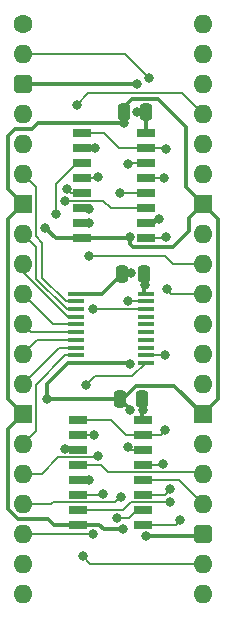
<source format=gtl>
%TF.GenerationSoftware,KiCad,Pcbnew,8.0.7*%
%TF.CreationDate,2025-01-04T13:09:57+02:00*%
%TF.ProjectId,Selector 1-of-4 4bit with Input,53656c65-6374-46f7-9220-312d6f662d34,V0*%
%TF.SameCoordinates,Original*%
%TF.FileFunction,Copper,L1,Top*%
%TF.FilePolarity,Positive*%
%FSLAX46Y46*%
G04 Gerber Fmt 4.6, Leading zero omitted, Abs format (unit mm)*
G04 Created by KiCad (PCBNEW 8.0.7) date 2025-01-04 13:09:57*
%MOMM*%
%LPD*%
G01*
G04 APERTURE LIST*
G04 Aperture macros list*
%AMRoundRect*
0 Rectangle with rounded corners*
0 $1 Rounding radius*
0 $2 $3 $4 $5 $6 $7 $8 $9 X,Y pos of 4 corners*
0 Add a 4 corners polygon primitive as box body*
4,1,4,$2,$3,$4,$5,$6,$7,$8,$9,$2,$3,0*
0 Add four circle primitives for the rounded corners*
1,1,$1+$1,$2,$3*
1,1,$1+$1,$4,$5*
1,1,$1+$1,$6,$7*
1,1,$1+$1,$8,$9*
0 Add four rect primitives between the rounded corners*
20,1,$1+$1,$2,$3,$4,$5,0*
20,1,$1+$1,$4,$5,$6,$7,0*
20,1,$1+$1,$6,$7,$8,$9,0*
20,1,$1+$1,$8,$9,$2,$3,0*%
G04 Aperture macros list end*
%TA.AperFunction,SMDPad,CuDef*%
%ADD10R,1.550000X0.650000*%
%TD*%
%TA.AperFunction,ComponentPad*%
%ADD11C,1.600000*%
%TD*%
%TA.AperFunction,ComponentPad*%
%ADD12O,1.600000X1.600000*%
%TD*%
%TA.AperFunction,ComponentPad*%
%ADD13RoundRect,0.400000X-0.400000X-0.400000X0.400000X-0.400000X0.400000X0.400000X-0.400000X0.400000X0*%
%TD*%
%TA.AperFunction,ComponentPad*%
%ADD14R,1.600000X1.600000*%
%TD*%
%TA.AperFunction,SMDPad,CuDef*%
%ADD15RoundRect,0.250000X0.250000X0.475000X-0.250000X0.475000X-0.250000X-0.475000X0.250000X-0.475000X0*%
%TD*%
%TA.AperFunction,SMDPad,CuDef*%
%ADD16R,1.475000X0.450000*%
%TD*%
%TA.AperFunction,ViaPad*%
%ADD17C,0.800000*%
%TD*%
%TA.AperFunction,Conductor*%
%ADD18C,0.200000*%
%TD*%
%TA.AperFunction,Conductor*%
%ADD19C,0.380000*%
%TD*%
G04 APERTURE END LIST*
D10*
%TO.P,IC1,1,~{EA}*%
%TO.N,/~{E}*%
X4710000Y-33528000D03*
%TO.P,IC1,2,S1*%
%TO.N,/S1*%
X4710000Y-34798000D03*
%TO.P,IC1,3,I3A*%
%TO.N,E1*%
X4710000Y-36068000D03*
%TO.P,IC1,4,I2A*%
%TO.N,C1*%
X4710000Y-37338000D03*
%TO.P,IC1,5,I1A*%
%TO.N,B1*%
X4710000Y-38608000D03*
%TO.P,IC1,6,I0A*%
%TO.N,A1*%
X4710000Y-39878000D03*
%TO.P,IC1,7,YA*%
%TO.N,Y1*%
X4710000Y-41148000D03*
%TO.P,IC1,8,GND*%
%TO.N,GND*%
X4710000Y-42418000D03*
%TO.P,IC1,9,YB*%
%TO.N,Y3*%
X10160000Y-42418000D03*
%TO.P,IC1,10,I0B*%
%TO.N,A3*%
X10160000Y-41148000D03*
%TO.P,IC1,11,I1B*%
%TO.N,B3*%
X10160000Y-39878000D03*
%TO.P,IC1,12,I2B*%
%TO.N,C3*%
X10160000Y-38608000D03*
%TO.P,IC1,13,I3B*%
%TO.N,E3*%
X10160000Y-37338000D03*
%TO.P,IC1,14,S0*%
%TO.N,/S0*%
X10160000Y-36068000D03*
%TO.P,IC1,15,~{EB}*%
%TO.N,/~{E}*%
X10160000Y-34798000D03*
%TO.P,IC1,16,5V*%
%TO.N,5V*%
X10160000Y-33528000D03*
%TD*%
%TO.P,IC6,1,~{EA}*%
%TO.N,/~{E}*%
X5022000Y-9271000D03*
%TO.P,IC6,2,S1*%
%TO.N,/S1*%
X5022000Y-10541000D03*
%TO.P,IC6,3,I3A*%
%TO.N,E0*%
X5022000Y-11811000D03*
%TO.P,IC6,4,I2A*%
%TO.N,C0*%
X5022000Y-13081000D03*
%TO.P,IC6,5,I1A*%
%TO.N,B0*%
X5022000Y-14351000D03*
%TO.P,IC6,6,I0A*%
%TO.N,A0*%
X5022000Y-15621000D03*
%TO.P,IC6,7,YA*%
%TO.N,Y0*%
X5022000Y-16891000D03*
%TO.P,IC6,8,GND*%
%TO.N,GND*%
X5022000Y-18161000D03*
%TO.P,IC6,9,YB*%
%TO.N,Y2*%
X10472000Y-18161000D03*
%TO.P,IC6,10,I0B*%
%TO.N,A2*%
X10472000Y-16891000D03*
%TO.P,IC6,11,I1B*%
%TO.N,B2*%
X10472000Y-15621000D03*
%TO.P,IC6,12,I2B*%
%TO.N,C2*%
X10472000Y-14351000D03*
%TO.P,IC6,13,I3B*%
%TO.N,E2*%
X10472000Y-13081000D03*
%TO.P,IC6,14,S0*%
%TO.N,/S0*%
X10472000Y-11811000D03*
%TO.P,IC6,15,~{EB}*%
%TO.N,/~{E}*%
X10472000Y-10541000D03*
%TO.P,IC6,16,5V*%
%TO.N,5V*%
X10472000Y-9271000D03*
%TD*%
D11*
%TO.P,J2,1,Pin_1*%
%TO.N,A0*%
X0Y0D03*
D12*
%TO.P,J2,2,Pin_2*%
%TO.N,A2*%
X0Y-2540000D03*
D13*
%TO.P,J2,3,Pin_3*%
%TO.N,5V*%
X0Y-5080000D03*
D12*
%TO.P,J2,4,Pin_4*%
%TO.N,B0*%
X0Y-7620000D03*
%TO.P,J2,5,Pin_5*%
%TO.N,B2*%
X0Y-10160000D03*
%TO.P,J2,6,Pin_6*%
%TO.N,D0*%
X0Y-12700000D03*
D14*
%TO.P,J2,7,Pin_7*%
%TO.N,GND*%
X0Y-15240000D03*
D12*
%TO.P,J2,8,Pin_8*%
%TO.N,D1*%
X0Y-17780000D03*
%TO.P,J2,9,Pin_9*%
%TO.N,D2*%
X0Y-20320000D03*
%TO.P,J2,10,Pin_10*%
%TO.N,D3*%
X0Y-22860000D03*
%TO.P,J2,11,Pin_11*%
%TO.N,D4*%
X0Y-25400000D03*
%TO.P,J2,12,Pin_12*%
%TO.N,D5*%
X0Y-27940000D03*
%TO.P,J2,13,Pin_13*%
%TO.N,D6*%
X0Y-30480000D03*
D14*
%TO.P,J2,14,Pin_14*%
%TO.N,GND*%
X0Y-33020000D03*
D12*
%TO.P,J2,15,Pin_15*%
%TO.N,D7*%
X0Y-35560000D03*
%TO.P,J2,16,Pin_16*%
%TO.N,C0*%
X0Y-38100000D03*
%TO.P,J2,17,Pin_17*%
%TO.N,C2*%
X0Y-40640000D03*
%TO.P,J2,18,Pin_18*%
%TO.N,Write Select*%
X0Y-43180000D03*
%TO.P,J2,19,Pin_19*%
%TO.N,E0*%
X0Y-45720000D03*
%TO.P,J2,20,Pin_20*%
%TO.N,E2*%
X0Y-48260000D03*
%TO.P,J2,21,Pin_21*%
%TO.N,E3*%
X15240000Y-48260000D03*
%TO.P,J2,22,Pin_22*%
%TO.N,E1*%
X15240000Y-45720000D03*
D13*
%TO.P,J2,23,Pin_23*%
%TO.N,5V*%
X15240000Y-43180000D03*
D12*
%TO.P,J2,24,Pin_24*%
%TO.N,C3*%
X15240000Y-40640000D03*
%TO.P,J2,25,Pin_25*%
%TO.N,C1*%
X15240000Y-38100000D03*
%TO.P,J2,26,Pin_26*%
%TO.N,unconnected-(J2-Pin_26-Pad26)*%
X15240000Y-35560000D03*
D14*
%TO.P,J2,27,Pin_27*%
%TO.N,GND*%
X15240000Y-33020000D03*
D12*
%TO.P,J2,28,Pin_28*%
%TO.N,unconnected-(J2-Pin_28-Pad28)*%
X15240000Y-30480000D03*
%TO.P,J2,29,Pin_29*%
%TO.N,Y3*%
X15240000Y-27940000D03*
%TO.P,J2,30,Pin_30*%
%TO.N,Y1*%
X15240000Y-25400000D03*
%TO.P,J2,31,Pin_31*%
%TO.N,Y2*%
X15240000Y-22860000D03*
%TO.P,J2,32,Pin_32*%
%TO.N,Y0*%
X15240000Y-20320000D03*
%TO.P,J2,33,Pin_33*%
%TO.N,unconnected-(J2-Pin_33-Pad33)*%
X15240000Y-17780000D03*
D14*
%TO.P,J2,34,Pin_34*%
%TO.N,GND*%
X15240000Y-15240000D03*
D12*
%TO.P,J2,35,Pin_35*%
%TO.N,unconnected-(J2-Pin_35-Pad35)*%
X15240000Y-12700000D03*
%TO.P,J2,36,Pin_36*%
%TO.N,B3*%
X15240000Y-10160000D03*
%TO.P,J2,37,Pin_37*%
%TO.N,B1*%
X15240000Y-7620000D03*
%TO.P,J2,38,Pin_38*%
%TO.N,unconnected-(J2-Pin_38-Pad38)*%
X15240000Y-5080000D03*
%TO.P,J2,39,Pin_39*%
%TO.N,A3*%
X15240000Y-2540000D03*
%TO.P,J2,40,Pin_40*%
%TO.N,A1*%
X15240000Y0D03*
%TD*%
D15*
%TO.P,C3,1*%
%TO.N,5V*%
X10147000Y-31750000D03*
%TO.P,C3,2*%
%TO.N,GND*%
X8247000Y-31750000D03*
%TD*%
%TO.P,C1,1*%
%TO.N,5V*%
X10459000Y-7493000D03*
%TO.P,C1,2*%
%TO.N,GND*%
X8559000Y-7493000D03*
%TD*%
D16*
%TO.P,IC3,1,~{OE}*%
%TO.N,GND*%
X4555000Y-22856000D03*
%TO.P,IC3,2,D0*%
%TO.N,D0*%
X4555000Y-23506000D03*
%TO.P,IC3,3,D1*%
%TO.N,D1*%
X4555000Y-24156000D03*
%TO.P,IC3,4,D2*%
%TO.N,D2*%
X4555000Y-24806000D03*
%TO.P,IC3,5,D3*%
%TO.N,D3*%
X4555000Y-25456000D03*
%TO.P,IC3,6,D4*%
%TO.N,D4*%
X4555000Y-26106000D03*
%TO.P,IC3,7,D5*%
%TO.N,D5*%
X4555000Y-26756000D03*
%TO.P,IC3,8,D6*%
%TO.N,D6*%
X4555000Y-27406000D03*
%TO.P,IC3,9,D7*%
%TO.N,D7*%
X4555000Y-28056000D03*
%TO.P,IC3,10,GND*%
%TO.N,GND*%
X4555000Y-28706000D03*
%TO.P,IC3,11,LE*%
%TO.N,Write Select*%
X10431000Y-28706000D03*
%TO.P,IC3,12,Q7*%
%TO.N,/~{E}*%
X10431000Y-28056000D03*
%TO.P,IC3,13,Q6*%
%TO.N,unconnected-(IC3-Q6-Pad13)*%
X10431000Y-27406000D03*
%TO.P,IC3,14,Q5*%
%TO.N,unconnected-(IC3-Q5-Pad14)*%
X10431000Y-26756000D03*
%TO.P,IC3,15,Q4*%
%TO.N,unconnected-(IC3-Q4-Pad15)*%
X10431000Y-26106000D03*
%TO.P,IC3,16,Q3*%
%TO.N,unconnected-(IC3-Q3-Pad16)*%
X10431000Y-25456000D03*
%TO.P,IC3,17,Q2*%
%TO.N,unconnected-(IC3-Q2-Pad17)*%
X10431000Y-24806000D03*
%TO.P,IC3,18,Q1*%
%TO.N,/S1*%
X10431000Y-24156000D03*
%TO.P,IC3,19,Q0*%
%TO.N,/S0*%
X10431000Y-23506000D03*
%TO.P,IC3,20,5V*%
%TO.N,5V*%
X10431000Y-22856000D03*
%TD*%
D15*
%TO.P,C2,1*%
%TO.N,5V*%
X10318000Y-21173000D03*
%TO.P,C2,2*%
%TO.N,GND*%
X8418000Y-21173000D03*
%TD*%
D17*
%TO.N,GND*%
X9097498Y-18034000D03*
X2032000Y-31750000D03*
X9082000Y-32678672D03*
X9082000Y-28829000D03*
X8509000Y-42799000D03*
X8559000Y-8381996D03*
X1904996Y-17271996D03*
X9144000Y-21082002D03*
%TO.N,5V*%
X9652000Y-5079998D03*
X9667365Y-7501865D03*
X10352000Y-22098000D03*
X10229715Y-32709157D03*
X10414000Y-43342502D03*
%TO.N,B1*%
X4567000Y-6858000D03*
X5649998Y-38608000D03*
%TO.N,A1*%
X6817000Y-39823000D03*
%TO.N,Y1*%
X12508008Y-40513000D03*
%TO.N,Y3*%
X13335000Y-42037000D03*
%TO.N,A3*%
X7987689Y-41848000D03*
%TO.N,B3*%
X12509907Y-39385999D03*
%TO.N,C0*%
X6417000Y-12954000D03*
X6417000Y-36576000D03*
%TO.N,B0*%
X3757000Y-13970000D03*
%TO.N,A0*%
X5617000Y-15676008D03*
%TO.N,Y0*%
X5617000Y-19685000D03*
X5617000Y-16891000D03*
%TO.N,Y2*%
X12170995Y-18086000D03*
X12192000Y-22479000D03*
%TO.N,A2*%
X11557000Y-16510000D03*
X10668000Y-4571998D03*
%TO.N,B2*%
X3621000Y-14986000D03*
%TO.N,C2*%
X8340545Y-40046455D03*
X8255000Y-14351000D03*
%TO.N,/~{E}*%
X12128500Y-10604500D03*
X12077000Y-28067000D03*
X12065000Y-34417000D03*
%TO.N,/S1*%
X6017000Y-34797742D03*
X5969000Y-24130010D03*
X6096000Y-10541000D03*
%TO.N,/S0*%
X8895974Y-23430010D03*
X8932000Y-11838931D03*
X8890000Y-35814000D03*
%TO.N,Write Select*%
X5969000Y-43208000D03*
X5389000Y-30607000D03*
%TO.N,E1*%
X5080008Y-45085000D03*
X3556000Y-36013000D03*
%TO.N,E3*%
X11883996Y-37277226D03*
%TO.N,E0*%
X2793996Y-16128994D03*
%TO.N,E2*%
X11981000Y-13081000D03*
%TD*%
D18*
%TO.N,C2*%
X2423000Y-40640000D02*
X2540000Y-40523000D01*
X0Y-40640000D02*
X2423000Y-40640000D01*
X2540000Y-40523000D02*
X7864000Y-40523000D01*
%TO.N,C0*%
X6280000Y-36713000D02*
X6417000Y-36576000D01*
X3038000Y-36713000D02*
X6280000Y-36713000D01*
X1651000Y-38100000D02*
X3038000Y-36713000D01*
X0Y-38100000D02*
X1651000Y-38100000D01*
%TO.N,/~{E}*%
X12066000Y-28056000D02*
X12077000Y-28067000D01*
X10431000Y-28056000D02*
X12066000Y-28056000D01*
%TO.N,/S0*%
X10472000Y-11811000D02*
X8959931Y-11811000D01*
X8959931Y-11811000D02*
X8932000Y-11838931D01*
%TO.N,B2*%
X7493000Y-15621000D02*
X6848000Y-14976000D01*
X3631000Y-14976000D02*
X3621000Y-14986000D01*
X10472000Y-15621000D02*
X7493000Y-15621000D01*
X6848000Y-14976000D02*
X3631000Y-14976000D01*
%TO.N,C2*%
X10472000Y-14351000D02*
X8255000Y-14351000D01*
D19*
%TO.N,GND*%
X2032000Y-31750000D02*
X8247000Y-31750000D01*
X13843000Y-8763000D02*
X11430000Y-6350000D01*
X-1270000Y-16510000D02*
X0Y-15240000D01*
X9097498Y-18034000D02*
X8970498Y-18161000D01*
X4555000Y-28706000D02*
X3806000Y-28706000D01*
X9097498Y-18034000D02*
X9097498Y-18666498D01*
X15240000Y-15240000D02*
X13843000Y-13843000D01*
X-1270000Y-34290000D02*
X0Y-33020000D01*
X9307000Y-18876000D02*
X12700000Y-18876000D01*
X-1270000Y-41052915D02*
X-1270000Y-34290000D01*
X8247000Y-31750000D02*
X9082000Y-32585000D01*
X4710000Y-42418000D02*
X6477000Y-42418000D01*
X9097498Y-18666498D02*
X9307000Y-18876000D01*
X6735000Y-22856000D02*
X8418000Y-21173000D01*
X13843000Y-13843000D02*
X13843000Y-8763000D01*
X8959000Y-28706000D02*
X9082000Y-28829000D01*
X2794000Y-18161000D02*
X1904996Y-17271996D01*
X9053002Y-21173000D02*
X9144000Y-21082002D01*
X6477000Y-42418000D02*
X6858000Y-42799000D01*
X762000Y-8890000D02*
X-635000Y-8890000D01*
X2159000Y-41910000D02*
X-412915Y-41910000D01*
X0Y-33020000D02*
X-1270000Y-31750000D01*
X-1270000Y-31750000D02*
X-1270000Y-16510000D01*
X8559000Y-7493000D02*
X8559000Y-8381996D01*
X4710000Y-42418000D02*
X2667000Y-42418000D01*
X-412915Y-41910000D02*
X-1270000Y-41052915D01*
X6858000Y-42799000D02*
X8509000Y-42799000D01*
X3806000Y-28706000D02*
X2032000Y-30480000D01*
X9631903Y-30635000D02*
X8516903Y-31750000D01*
X2032000Y-30480000D02*
X2032000Y-31750000D01*
X15240000Y-15240000D02*
X16510000Y-16510000D01*
X12700000Y-18876000D02*
X14050000Y-17526000D01*
X16510000Y-31750000D02*
X15240000Y-33020000D01*
X12855000Y-30635000D02*
X9631903Y-30635000D01*
X2667000Y-42418000D02*
X2159000Y-41910000D01*
X-1270000Y-13970000D02*
X0Y-15240000D01*
X-635000Y-8890000D02*
X-1270000Y-9525000D01*
X5022000Y-18161000D02*
X2794000Y-18161000D01*
X15240000Y-33020000D02*
X12855000Y-30635000D01*
X14050000Y-17526000D02*
X14050000Y-16430000D01*
X16510000Y-16510000D02*
X16510000Y-31750000D01*
X9082000Y-32585000D02*
X9082000Y-32678672D01*
X8559000Y-8381996D02*
X1270004Y-8381996D01*
X9271000Y-6350000D02*
X8559000Y-7062000D01*
X8418000Y-21173000D02*
X9053002Y-21173000D01*
X4555000Y-28706000D02*
X8959000Y-28706000D01*
X8970498Y-18161000D02*
X5022000Y-18161000D01*
X1270004Y-8381996D02*
X762000Y-8890000D01*
X4555000Y-22856000D02*
X6735000Y-22856000D01*
X-1270000Y-9525000D02*
X-1270000Y-13970000D01*
X11430000Y-6350000D02*
X9271000Y-6350000D01*
X14050000Y-16430000D02*
X15240000Y-15240000D01*
%TO.N,5V*%
X10147000Y-31750000D02*
X10147000Y-32626442D01*
X10318000Y-21173000D02*
X10318000Y-22743000D01*
X10414000Y-43342502D02*
X15077498Y-43342502D01*
X9525000Y-5080000D02*
X9525002Y-5079998D01*
X10318000Y-22064000D02*
X10352000Y-22098000D01*
X0Y-5080000D02*
X9525000Y-5080000D01*
X10147000Y-31750000D02*
X10147000Y-33515000D01*
X9525002Y-5079998D02*
X9652000Y-5079998D01*
X10459000Y-7493000D02*
X9676230Y-7493000D01*
X10459000Y-7493000D02*
X10459000Y-9258000D01*
X9676230Y-7493000D02*
X9667365Y-7501865D01*
X10147000Y-32626442D02*
X10229715Y-32709157D01*
X10318000Y-21173000D02*
X10318000Y-22064000D01*
X10318000Y-22743000D02*
X10431000Y-22856000D01*
D18*
%TO.N,D1*%
X1143000Y-21572184D02*
X1143000Y-18923000D01*
X3726816Y-24156000D02*
X1143000Y-21572184D01*
X4555000Y-24156000D02*
X3726816Y-24156000D01*
X1143000Y-18923000D02*
X0Y-17780000D01*
%TO.N,C1*%
X7249000Y-37983000D02*
X6604000Y-37338000D01*
X15123000Y-37983000D02*
X7249000Y-37983000D01*
X6604000Y-37338000D02*
X4710000Y-37338000D01*
%TO.N,B1*%
X13480000Y-5860000D02*
X5565000Y-5860000D01*
X15240000Y-7620000D02*
X13480000Y-5860000D01*
X5565000Y-5860000D02*
X4567000Y-6858000D01*
X4710000Y-38608000D02*
X5649998Y-38608000D01*
%TO.N,A1*%
X4710000Y-39878000D02*
X6762000Y-39878000D01*
X6762000Y-39878000D02*
X6817000Y-39823000D01*
%TO.N,Y1*%
X8538847Y-41148000D02*
X9173847Y-40513000D01*
X4710000Y-41148000D02*
X8538847Y-41148000D01*
X9173847Y-40513000D02*
X12508008Y-40513000D01*
%TO.N,Y3*%
X12954000Y-42418000D02*
X13335000Y-42037000D01*
X10160000Y-42418000D02*
X12954000Y-42418000D01*
%TO.N,A3*%
X9010000Y-41848000D02*
X7987689Y-41848000D01*
X9710000Y-41148000D02*
X9010000Y-41848000D01*
%TO.N,B3*%
X12017906Y-39878000D02*
X12509907Y-39385999D01*
X10160000Y-39878000D02*
X12017906Y-39878000D01*
%TO.N,C3*%
X13208000Y-38608000D02*
X15240000Y-40640000D01*
X10160000Y-38608000D02*
X13208000Y-38608000D01*
%TO.N,D3*%
X4555000Y-25456000D02*
X2596000Y-25456000D01*
X2596000Y-25456000D02*
X0Y-22860000D01*
%TO.N,D0*%
X0Y-12700000D02*
X1100000Y-13800000D01*
X1100000Y-17991000D02*
X1651000Y-18542000D01*
X3642502Y-23506000D02*
X4555000Y-23506000D01*
X1100000Y-13800000D02*
X1100000Y-17991000D01*
X1651000Y-18542000D02*
X1651000Y-21514498D01*
X1651000Y-21514498D02*
X3642502Y-23506000D01*
%TO.N,C0*%
X6290000Y-13081000D02*
X6417000Y-12954000D01*
X5022000Y-13081000D02*
X6290000Y-13081000D01*
%TO.N,B0*%
X5022000Y-14351000D02*
X4138000Y-14351000D01*
X4138000Y-14351000D02*
X3757000Y-13970000D01*
%TO.N,Y0*%
X12065000Y-19685000D02*
X5617000Y-19685000D01*
X12700000Y-20320000D02*
X12065000Y-19685000D01*
X15240000Y-20320000D02*
X12700000Y-20320000D01*
%TO.N,Y2*%
X15240000Y-22860000D02*
X12573000Y-22860000D01*
X10472000Y-18161000D02*
X12095995Y-18161000D01*
X12095995Y-18161000D02*
X12170995Y-18086000D01*
X12573000Y-22860000D02*
X12192000Y-22479000D01*
%TO.N,A2*%
X8636002Y-2540000D02*
X10668000Y-4571998D01*
X11176000Y-16891000D02*
X11557000Y-16510000D01*
X10472000Y-16891000D02*
X11176000Y-16891000D01*
X0Y-2540000D02*
X8636002Y-2540000D01*
%TO.N,C2*%
X7864000Y-40523000D02*
X8340545Y-40046455D01*
%TO.N,D2*%
X3811130Y-24806000D02*
X4555000Y-24806000D01*
X0Y-20994870D02*
X3811130Y-24806000D01*
%TO.N,/~{E}*%
X10160000Y-34798000D02*
X8763000Y-34798000D01*
X11684000Y-34798000D02*
X12065000Y-34417000D01*
X10472000Y-10541000D02*
X12065000Y-10541000D01*
X7493000Y-33528000D02*
X4710000Y-33528000D01*
X10472000Y-10541000D02*
X8128000Y-10541000D01*
X12065000Y-10541000D02*
X12128500Y-10604500D01*
X6858000Y-9271000D02*
X5022000Y-9271000D01*
X10160000Y-34798000D02*
X11684000Y-34798000D01*
X8128000Y-10541000D02*
X6858000Y-9271000D01*
X8763000Y-34798000D02*
X7493000Y-33528000D01*
%TO.N,/S1*%
X6016742Y-34798000D02*
X6017000Y-34797742D01*
X5969000Y-24130010D02*
X5994990Y-24156000D01*
X5994990Y-24156000D02*
X10431000Y-24156000D01*
X5022000Y-10541000D02*
X6096000Y-10541000D01*
X4710000Y-34798000D02*
X6016742Y-34798000D01*
%TO.N,/S0*%
X10431000Y-23506000D02*
X8971964Y-23506000D01*
X10160000Y-36068000D02*
X9144000Y-36068000D01*
X9144000Y-36068000D02*
X8890000Y-35814000D01*
X8971964Y-23506000D02*
X8895974Y-23430010D01*
%TO.N,D4*%
X706000Y-26106000D02*
X4555000Y-26106000D01*
X0Y-25400000D02*
X706000Y-26106000D01*
%TO.N,D5*%
X4555000Y-26756000D02*
X1184000Y-26756000D01*
X1184000Y-26756000D02*
X0Y-27940000D01*
%TO.N,D6*%
X3074000Y-27406000D02*
X0Y-30480000D01*
X4555000Y-27406000D02*
X3074000Y-27406000D01*
%TO.N,D7*%
X3617500Y-28056000D02*
X1100000Y-30573500D01*
X4555000Y-28056000D02*
X3617500Y-28056000D01*
X1100000Y-34460000D02*
X0Y-35560000D01*
X1100000Y-30573500D02*
X1100000Y-34460000D01*
%TO.N,Write Select*%
X6151000Y-29845000D02*
X5389000Y-30607000D01*
X10431000Y-28706000D02*
X9292000Y-29845000D01*
X9292000Y-29845000D02*
X6151000Y-29845000D01*
X5941000Y-43180000D02*
X5969000Y-43208000D01*
X0Y-43180000D02*
X5941000Y-43180000D01*
%TO.N,E1*%
X3611000Y-36068000D02*
X3556000Y-36013000D01*
X4710000Y-36068000D02*
X3611000Y-36068000D01*
X15240000Y-45720000D02*
X5715008Y-45720000D01*
X5715008Y-45720000D02*
X5080008Y-45085000D01*
%TO.N,E3*%
X10160000Y-37338000D02*
X11823222Y-37338000D01*
X11823222Y-37338000D02*
X11883996Y-37277226D01*
%TO.N,E0*%
X4572000Y-11811000D02*
X2793996Y-13589004D01*
X2793996Y-13589004D02*
X2793996Y-16128994D01*
%TO.N,E2*%
X10472000Y-13081000D02*
X11981000Y-13081000D01*
%TD*%
M02*

</source>
